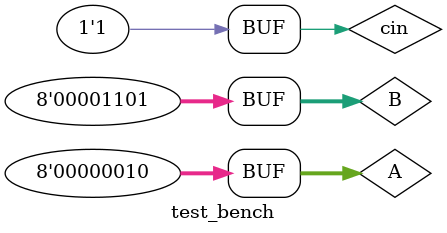
<source format=v>
`include "A2Q1_carry_look_ahead_adder.v"

module test_bench;
    reg [7:0] A;
    reg [7:0] B;
    reg cin;

    wire [7:0] sum;
    wire cout;

    carry_look_ahead_adder cla (A, B, cin, sum, cout);
    initial begin
        A = 0;
        B = 0;
        cin = 0;
        #5;
        A = 1;
        B = 0;
        cin = 0;
        #5;
        A = 1;
        B = 1;
        cin = 0;
        #5;
        A = 1;
        B = 2;
        cin = 0;
        #5;
        A = 1;
        B = 3;
        cin = 0;
        #5;
        A = 1;
        B = 4;
        cin = 0;
        #5;
        A = 1;
        B = 5;
        cin = 0;
        #5;
        A = 1;
        B = 6;
        cin = 0;
        #5;
        A = 1;
        B = 7;
        cin = 0;
        #5;
        A = 1;
        B = 8;
        cin = 0;
        #5;
        A = 1;
        B = 9;
        cin = 0;
        #5;
        A = 1;
        B = 10;
        cin = 0;
        #5;
        A = 1;
        B = 12;
        cin = 0;
        #5;
        A = 1;
        B = 13;
        cin = 0;
        #5;
        A = 2;
        B = 13;
        cin = 1;
    end

    initial begin
        $monitor ("Time = %d A = %b B = %b cin = %b sum = %b cout = %b", $time, A, B, cin, sum, cout);
    end

endmodule
</source>
